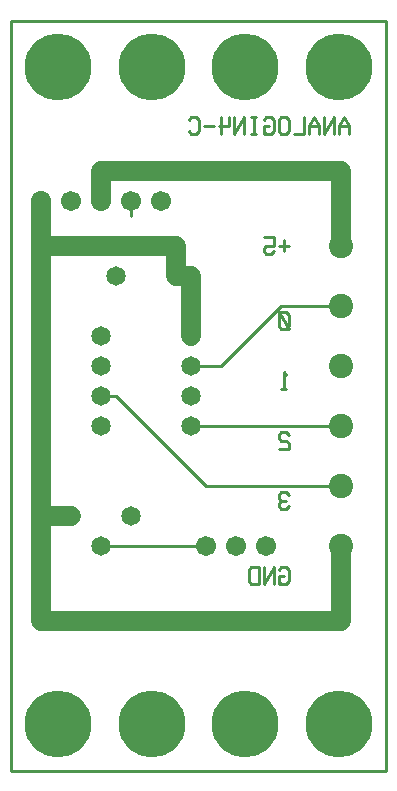
<source format=gbl>
%MOIN*%
%FSLAX25Y25*%
G04 D10 used for Character Trace; *
G04     Circle (OD=.01000) (No hole)*
G04 D11 used for Power Trace; *
G04     Circle (OD=.06700) (No hole)*
G04 D12 used for Signal Trace; *
G04     Circle (OD=.01100) (No hole)*
G04 D13 used for Via; *
G04     Circle (OD=.05800) (Round. Hole ID=.02800)*
G04 D14 used for Component hole; *
G04     Circle (OD=.06500) (Round. Hole ID=.03500)*
G04 D15 used for Component hole; *
G04     Circle (OD=.06700) (Round. Hole ID=.04300)*
G04 D16 used for Component hole; *
G04     Circle (OD=.08100) (Round. Hole ID=.05100)*
G04 D17 used for Component hole; *
G04     Circle (OD=.08900) (Round. Hole ID=.05900)*
G04 D18 used for Component hole; *
G04     Circle (OD=.11300) (Round. Hole ID=.08300)*
G04 D19 used for Component hole; *
G04     Circle (OD=.16000) (Round. Hole ID=.13000)*
G04 D20 used for Component hole; *
G04     Circle (OD=.18300) (Round. Hole ID=.15300)*
G04 D21 used for Component hole; *
G04     Circle (OD=.22291) (Round. Hole ID=.19291)*
%ADD10C,.01000*%
%ADD11C,.06700*%
%ADD12C,.01100*%
%ADD13C,.05800*%
%ADD14C,.06500*%
%ADD15C,.06700*%
%ADD16C,.08100*%
%ADD17C,.08900*%
%ADD18C,.11300*%
%ADD19C,.16000*%
%ADD20C,.18300*%
%ADD21C,.22291*%
%IPPOS*%
%LPD*%
G90*X0Y0D02*D21*X15625Y15625D03*X46875D03*D11*    
X10000Y50000D02*X110000D01*Y75000D01*D16*D03*D10* 
X92511Y91914D02*X91674Y92871D01*X90000D01*        
X89163Y91914D01*Y90957D01*X90000Y90000D01*        
X91674D01*X90000D02*X89163Y89043D01*Y88086D01*    
X90000Y87129D01*X91674D01*X92511Y88086D01*D16*    
X110000Y95000D03*D12*X65000D01*X35000Y125000D01*  
X30000D01*D14*D03*Y135000D03*Y115000D03*          
Y145000D03*X60000Y115000D03*D12*X110000D01*D16*   
D03*D10*X91674Y131914D02*X90837Y132871D01*        
Y127129D01*X91674D02*X90000D01*D16*               
X110000Y135000D03*D10*X92511Y111914D02*           
X91674Y112871D01*X90000D01*X89163Y111914D01*      
Y110957D01*X90000Y110000D01*X91674D01*            
X92511Y109043D01*Y107129D01*X89163D01*Y148086D02* 
X90000Y147129D01*X91674D01*X92511Y148086D01*      
Y151914D01*X91674Y152871D01*X90000D01*            
X89163Y151914D01*Y148086D01*X92511Y147129D02*     
X89163Y152871D01*D15*X75000Y75000D03*X85000D03*   
D12*X60000Y135000D02*X70000D01*D14*X60000D03*D12* 
X70000D02*X90000Y155000D01*X110000D01*D16*D03*    
Y175000D03*D11*Y200000D01*X30000D01*Y190000D01*   
D15*D03*D12*X40000Y185000D02*Y190000D01*D15*D03*  
X50000D03*D11*X55000Y165000D02*Y175000D01*D14*    
Y165000D03*D11*X60000D01*Y145000D01*D14*D03*      
Y125000D03*X35000Y165000D03*D10*X92511Y175000D02* 
X89163D01*X90837Y176914D02*Y173086D01*            
X84163Y177871D02*X87511D01*Y175000D01*X85000D01*  
X84163Y174043D01*Y173086D01*X85000Y172129D01*     
X86674D01*X87511Y173086D01*D11*X10000Y175000D02*  
X55000D01*X10000Y85000D02*Y175000D01*Y50000D02*   
Y85000D01*D14*X30000Y75000D03*D12*X65000D01*D15*  
D03*D10*X89163Y63086D02*X90000Y62129D01*X91674D01*
X92511Y63086D01*Y66914D01*X91674Y67871D01*        
X90000D01*X89163Y66914D01*X90837Y65000D02*        
X89163D01*Y62129D01*X87511D02*Y67871D01*          
X84163Y62129D01*Y67871D01*X82511Y62129D02*        
Y67871D01*X80000D01*X79163Y66914D01*Y63086D01*    
X80000Y62129D01*X82511D01*D14*X40000Y85000D03*    
X20000D03*D11*X10000D01*D21*X78125Y15625D03*D12*  
X0Y0D02*X125000D01*Y250000D01*X0D01*Y0D01*D21*    
X109375Y15625D03*D11*X10000Y175000D02*Y190000D01* 
D15*D03*X20000D03*D21*X46875Y234375D03*X15625D03* 
D10*X112511Y212129D02*Y215000D01*                 
X110837Y217871D01*X109163Y215000D01*Y212129D01*   
X112511Y215000D02*X109163D01*X107511Y212129D02*   
Y217871D01*X104163Y212129D01*Y217871D01*          
X102511Y212129D02*Y215000D01*X100837Y217871D01*   
X99163Y215000D01*Y212129D01*X102511Y215000D02*    
X99163D01*X97511Y217871D02*Y212129D01*X94163D01*  
X89163Y213086D02*X90000Y212129D01*X91674D01*      
X92511Y213086D01*Y216914D01*X91674Y217871D01*     
X90000D01*X89163Y216914D01*Y213086D01*X84163D02*  
X85000Y212129D01*X86674D01*X87511Y213086D01*      
Y216914D01*X86674Y217871D01*X85000D01*            
X84163Y216914D01*X85837Y215000D02*X84163D01*      
Y212129D01*X80837D02*Y217871D01*X81674Y212129D02* 
X80000D01*X81674Y217871D02*X80000D01*             
X77511Y212129D02*Y217871D01*X74163Y212129D01*     
Y217871D01*X70000D02*Y212129D01*X72511Y217871D02* 
Y215000D01*X69163D01*X67511D02*X64163D01*         
X59163Y213086D02*X60000Y212129D01*X61674D01*      
X62511Y213086D01*Y216914D01*X61674Y217871D01*     
X60000D01*X59163Y216914D01*D21*X78125Y234375D03*  
X109375D03*M02*                                   

</source>
